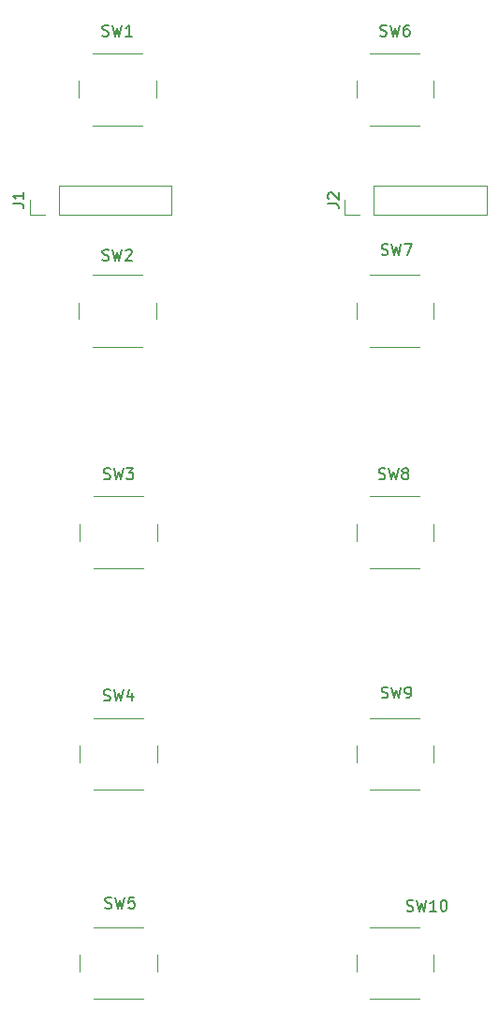
<source format=gbr>
%TF.GenerationSoftware,KiCad,Pcbnew,8.0.2*%
%TF.CreationDate,2024-08-19T17:56:02+02:00*%
%TF.ProjectId,Deck-Btns,4465636b-2d42-4746-9e73-2e6b69636164,rev?*%
%TF.SameCoordinates,Original*%
%TF.FileFunction,Legend,Top*%
%TF.FilePolarity,Positive*%
%FSLAX46Y46*%
G04 Gerber Fmt 4.6, Leading zero omitted, Abs format (unit mm)*
G04 Created by KiCad (PCBNEW 8.0.2) date 2024-08-19 17:56:02*
%MOMM*%
%LPD*%
G01*
G04 APERTURE LIST*
%ADD10C,0.150000*%
%ADD11C,0.120000*%
G04 APERTURE END LIST*
D10*
X108690476Y-119157200D02*
X108833333Y-119204819D01*
X108833333Y-119204819D02*
X109071428Y-119204819D01*
X109071428Y-119204819D02*
X109166666Y-119157200D01*
X109166666Y-119157200D02*
X109214285Y-119109580D01*
X109214285Y-119109580D02*
X109261904Y-119014342D01*
X109261904Y-119014342D02*
X109261904Y-118919104D01*
X109261904Y-118919104D02*
X109214285Y-118823866D01*
X109214285Y-118823866D02*
X109166666Y-118776247D01*
X109166666Y-118776247D02*
X109071428Y-118728628D01*
X109071428Y-118728628D02*
X108880952Y-118681009D01*
X108880952Y-118681009D02*
X108785714Y-118633390D01*
X108785714Y-118633390D02*
X108738095Y-118585771D01*
X108738095Y-118585771D02*
X108690476Y-118490533D01*
X108690476Y-118490533D02*
X108690476Y-118395295D01*
X108690476Y-118395295D02*
X108738095Y-118300057D01*
X108738095Y-118300057D02*
X108785714Y-118252438D01*
X108785714Y-118252438D02*
X108880952Y-118204819D01*
X108880952Y-118204819D02*
X109119047Y-118204819D01*
X109119047Y-118204819D02*
X109261904Y-118252438D01*
X109595238Y-118204819D02*
X109833333Y-119204819D01*
X109833333Y-119204819D02*
X110023809Y-118490533D01*
X110023809Y-118490533D02*
X110214285Y-119204819D01*
X110214285Y-119204819D02*
X110452381Y-118204819D01*
X111357142Y-119204819D02*
X110785714Y-119204819D01*
X111071428Y-119204819D02*
X111071428Y-118204819D01*
X111071428Y-118204819D02*
X110976190Y-118347676D01*
X110976190Y-118347676D02*
X110880952Y-118442914D01*
X110880952Y-118442914D02*
X110785714Y-118490533D01*
X111976190Y-118204819D02*
X112071428Y-118204819D01*
X112071428Y-118204819D02*
X112166666Y-118252438D01*
X112166666Y-118252438D02*
X112214285Y-118300057D01*
X112214285Y-118300057D02*
X112261904Y-118395295D01*
X112261904Y-118395295D02*
X112309523Y-118585771D01*
X112309523Y-118585771D02*
X112309523Y-118823866D01*
X112309523Y-118823866D02*
X112261904Y-119014342D01*
X112261904Y-119014342D02*
X112214285Y-119109580D01*
X112214285Y-119109580D02*
X112166666Y-119157200D01*
X112166666Y-119157200D02*
X112071428Y-119204819D01*
X112071428Y-119204819D02*
X111976190Y-119204819D01*
X111976190Y-119204819D02*
X111880952Y-119157200D01*
X111880952Y-119157200D02*
X111833333Y-119109580D01*
X111833333Y-119109580D02*
X111785714Y-119014342D01*
X111785714Y-119014342D02*
X111738095Y-118823866D01*
X111738095Y-118823866D02*
X111738095Y-118585771D01*
X111738095Y-118585771D02*
X111785714Y-118395295D01*
X111785714Y-118395295D02*
X111833333Y-118300057D01*
X111833333Y-118300057D02*
X111880952Y-118252438D01*
X111880952Y-118252438D02*
X111976190Y-118204819D01*
X106416667Y-99907200D02*
X106559524Y-99954819D01*
X106559524Y-99954819D02*
X106797619Y-99954819D01*
X106797619Y-99954819D02*
X106892857Y-99907200D01*
X106892857Y-99907200D02*
X106940476Y-99859580D01*
X106940476Y-99859580D02*
X106988095Y-99764342D01*
X106988095Y-99764342D02*
X106988095Y-99669104D01*
X106988095Y-99669104D02*
X106940476Y-99573866D01*
X106940476Y-99573866D02*
X106892857Y-99526247D01*
X106892857Y-99526247D02*
X106797619Y-99478628D01*
X106797619Y-99478628D02*
X106607143Y-99431009D01*
X106607143Y-99431009D02*
X106511905Y-99383390D01*
X106511905Y-99383390D02*
X106464286Y-99335771D01*
X106464286Y-99335771D02*
X106416667Y-99240533D01*
X106416667Y-99240533D02*
X106416667Y-99145295D01*
X106416667Y-99145295D02*
X106464286Y-99050057D01*
X106464286Y-99050057D02*
X106511905Y-99002438D01*
X106511905Y-99002438D02*
X106607143Y-98954819D01*
X106607143Y-98954819D02*
X106845238Y-98954819D01*
X106845238Y-98954819D02*
X106988095Y-99002438D01*
X107321429Y-98954819D02*
X107559524Y-99954819D01*
X107559524Y-99954819D02*
X107750000Y-99240533D01*
X107750000Y-99240533D02*
X107940476Y-99954819D01*
X107940476Y-99954819D02*
X108178572Y-98954819D01*
X108607143Y-99954819D02*
X108797619Y-99954819D01*
X108797619Y-99954819D02*
X108892857Y-99907200D01*
X108892857Y-99907200D02*
X108940476Y-99859580D01*
X108940476Y-99859580D02*
X109035714Y-99716723D01*
X109035714Y-99716723D02*
X109083333Y-99526247D01*
X109083333Y-99526247D02*
X109083333Y-99145295D01*
X109083333Y-99145295D02*
X109035714Y-99050057D01*
X109035714Y-99050057D02*
X108988095Y-99002438D01*
X108988095Y-99002438D02*
X108892857Y-98954819D01*
X108892857Y-98954819D02*
X108702381Y-98954819D01*
X108702381Y-98954819D02*
X108607143Y-99002438D01*
X108607143Y-99002438D02*
X108559524Y-99050057D01*
X108559524Y-99050057D02*
X108511905Y-99145295D01*
X108511905Y-99145295D02*
X108511905Y-99383390D01*
X108511905Y-99383390D02*
X108559524Y-99478628D01*
X108559524Y-99478628D02*
X108607143Y-99526247D01*
X108607143Y-99526247D02*
X108702381Y-99573866D01*
X108702381Y-99573866D02*
X108892857Y-99573866D01*
X108892857Y-99573866D02*
X108988095Y-99526247D01*
X108988095Y-99526247D02*
X109035714Y-99478628D01*
X109035714Y-99478628D02*
X109083333Y-99383390D01*
X106166667Y-80157200D02*
X106309524Y-80204819D01*
X106309524Y-80204819D02*
X106547619Y-80204819D01*
X106547619Y-80204819D02*
X106642857Y-80157200D01*
X106642857Y-80157200D02*
X106690476Y-80109580D01*
X106690476Y-80109580D02*
X106738095Y-80014342D01*
X106738095Y-80014342D02*
X106738095Y-79919104D01*
X106738095Y-79919104D02*
X106690476Y-79823866D01*
X106690476Y-79823866D02*
X106642857Y-79776247D01*
X106642857Y-79776247D02*
X106547619Y-79728628D01*
X106547619Y-79728628D02*
X106357143Y-79681009D01*
X106357143Y-79681009D02*
X106261905Y-79633390D01*
X106261905Y-79633390D02*
X106214286Y-79585771D01*
X106214286Y-79585771D02*
X106166667Y-79490533D01*
X106166667Y-79490533D02*
X106166667Y-79395295D01*
X106166667Y-79395295D02*
X106214286Y-79300057D01*
X106214286Y-79300057D02*
X106261905Y-79252438D01*
X106261905Y-79252438D02*
X106357143Y-79204819D01*
X106357143Y-79204819D02*
X106595238Y-79204819D01*
X106595238Y-79204819D02*
X106738095Y-79252438D01*
X107071429Y-79204819D02*
X107309524Y-80204819D01*
X107309524Y-80204819D02*
X107500000Y-79490533D01*
X107500000Y-79490533D02*
X107690476Y-80204819D01*
X107690476Y-80204819D02*
X107928572Y-79204819D01*
X108452381Y-79633390D02*
X108357143Y-79585771D01*
X108357143Y-79585771D02*
X108309524Y-79538152D01*
X108309524Y-79538152D02*
X108261905Y-79442914D01*
X108261905Y-79442914D02*
X108261905Y-79395295D01*
X108261905Y-79395295D02*
X108309524Y-79300057D01*
X108309524Y-79300057D02*
X108357143Y-79252438D01*
X108357143Y-79252438D02*
X108452381Y-79204819D01*
X108452381Y-79204819D02*
X108642857Y-79204819D01*
X108642857Y-79204819D02*
X108738095Y-79252438D01*
X108738095Y-79252438D02*
X108785714Y-79300057D01*
X108785714Y-79300057D02*
X108833333Y-79395295D01*
X108833333Y-79395295D02*
X108833333Y-79442914D01*
X108833333Y-79442914D02*
X108785714Y-79538152D01*
X108785714Y-79538152D02*
X108738095Y-79585771D01*
X108738095Y-79585771D02*
X108642857Y-79633390D01*
X108642857Y-79633390D02*
X108452381Y-79633390D01*
X108452381Y-79633390D02*
X108357143Y-79681009D01*
X108357143Y-79681009D02*
X108309524Y-79728628D01*
X108309524Y-79728628D02*
X108261905Y-79823866D01*
X108261905Y-79823866D02*
X108261905Y-80014342D01*
X108261905Y-80014342D02*
X108309524Y-80109580D01*
X108309524Y-80109580D02*
X108357143Y-80157200D01*
X108357143Y-80157200D02*
X108452381Y-80204819D01*
X108452381Y-80204819D02*
X108642857Y-80204819D01*
X108642857Y-80204819D02*
X108738095Y-80157200D01*
X108738095Y-80157200D02*
X108785714Y-80109580D01*
X108785714Y-80109580D02*
X108833333Y-80014342D01*
X108833333Y-80014342D02*
X108833333Y-79823866D01*
X108833333Y-79823866D02*
X108785714Y-79728628D01*
X108785714Y-79728628D02*
X108738095Y-79681009D01*
X108738095Y-79681009D02*
X108642857Y-79633390D01*
X106416667Y-59907200D02*
X106559524Y-59954819D01*
X106559524Y-59954819D02*
X106797619Y-59954819D01*
X106797619Y-59954819D02*
X106892857Y-59907200D01*
X106892857Y-59907200D02*
X106940476Y-59859580D01*
X106940476Y-59859580D02*
X106988095Y-59764342D01*
X106988095Y-59764342D02*
X106988095Y-59669104D01*
X106988095Y-59669104D02*
X106940476Y-59573866D01*
X106940476Y-59573866D02*
X106892857Y-59526247D01*
X106892857Y-59526247D02*
X106797619Y-59478628D01*
X106797619Y-59478628D02*
X106607143Y-59431009D01*
X106607143Y-59431009D02*
X106511905Y-59383390D01*
X106511905Y-59383390D02*
X106464286Y-59335771D01*
X106464286Y-59335771D02*
X106416667Y-59240533D01*
X106416667Y-59240533D02*
X106416667Y-59145295D01*
X106416667Y-59145295D02*
X106464286Y-59050057D01*
X106464286Y-59050057D02*
X106511905Y-59002438D01*
X106511905Y-59002438D02*
X106607143Y-58954819D01*
X106607143Y-58954819D02*
X106845238Y-58954819D01*
X106845238Y-58954819D02*
X106988095Y-59002438D01*
X107321429Y-58954819D02*
X107559524Y-59954819D01*
X107559524Y-59954819D02*
X107750000Y-59240533D01*
X107750000Y-59240533D02*
X107940476Y-59954819D01*
X107940476Y-59954819D02*
X108178572Y-58954819D01*
X108464286Y-58954819D02*
X109130952Y-58954819D01*
X109130952Y-58954819D02*
X108702381Y-59954819D01*
X106287987Y-40157200D02*
X106430844Y-40204819D01*
X106430844Y-40204819D02*
X106668939Y-40204819D01*
X106668939Y-40204819D02*
X106764177Y-40157200D01*
X106764177Y-40157200D02*
X106811796Y-40109580D01*
X106811796Y-40109580D02*
X106859415Y-40014342D01*
X106859415Y-40014342D02*
X106859415Y-39919104D01*
X106859415Y-39919104D02*
X106811796Y-39823866D01*
X106811796Y-39823866D02*
X106764177Y-39776247D01*
X106764177Y-39776247D02*
X106668939Y-39728628D01*
X106668939Y-39728628D02*
X106478463Y-39681009D01*
X106478463Y-39681009D02*
X106383225Y-39633390D01*
X106383225Y-39633390D02*
X106335606Y-39585771D01*
X106335606Y-39585771D02*
X106287987Y-39490533D01*
X106287987Y-39490533D02*
X106287987Y-39395295D01*
X106287987Y-39395295D02*
X106335606Y-39300057D01*
X106335606Y-39300057D02*
X106383225Y-39252438D01*
X106383225Y-39252438D02*
X106478463Y-39204819D01*
X106478463Y-39204819D02*
X106716558Y-39204819D01*
X106716558Y-39204819D02*
X106859415Y-39252438D01*
X107192749Y-39204819D02*
X107430844Y-40204819D01*
X107430844Y-40204819D02*
X107621320Y-39490533D01*
X107621320Y-39490533D02*
X107811796Y-40204819D01*
X107811796Y-40204819D02*
X108049892Y-39204819D01*
X108859415Y-39204819D02*
X108668939Y-39204819D01*
X108668939Y-39204819D02*
X108573701Y-39252438D01*
X108573701Y-39252438D02*
X108526082Y-39300057D01*
X108526082Y-39300057D02*
X108430844Y-39442914D01*
X108430844Y-39442914D02*
X108383225Y-39633390D01*
X108383225Y-39633390D02*
X108383225Y-40014342D01*
X108383225Y-40014342D02*
X108430844Y-40109580D01*
X108430844Y-40109580D02*
X108478463Y-40157200D01*
X108478463Y-40157200D02*
X108573701Y-40204819D01*
X108573701Y-40204819D02*
X108764177Y-40204819D01*
X108764177Y-40204819D02*
X108859415Y-40157200D01*
X108859415Y-40157200D02*
X108907034Y-40109580D01*
X108907034Y-40109580D02*
X108954653Y-40014342D01*
X108954653Y-40014342D02*
X108954653Y-39776247D01*
X108954653Y-39776247D02*
X108907034Y-39681009D01*
X108907034Y-39681009D02*
X108859415Y-39633390D01*
X108859415Y-39633390D02*
X108764177Y-39585771D01*
X108764177Y-39585771D02*
X108573701Y-39585771D01*
X108573701Y-39585771D02*
X108478463Y-39633390D01*
X108478463Y-39633390D02*
X108430844Y-39681009D01*
X108430844Y-39681009D02*
X108383225Y-39776247D01*
X81416667Y-118907200D02*
X81559524Y-118954819D01*
X81559524Y-118954819D02*
X81797619Y-118954819D01*
X81797619Y-118954819D02*
X81892857Y-118907200D01*
X81892857Y-118907200D02*
X81940476Y-118859580D01*
X81940476Y-118859580D02*
X81988095Y-118764342D01*
X81988095Y-118764342D02*
X81988095Y-118669104D01*
X81988095Y-118669104D02*
X81940476Y-118573866D01*
X81940476Y-118573866D02*
X81892857Y-118526247D01*
X81892857Y-118526247D02*
X81797619Y-118478628D01*
X81797619Y-118478628D02*
X81607143Y-118431009D01*
X81607143Y-118431009D02*
X81511905Y-118383390D01*
X81511905Y-118383390D02*
X81464286Y-118335771D01*
X81464286Y-118335771D02*
X81416667Y-118240533D01*
X81416667Y-118240533D02*
X81416667Y-118145295D01*
X81416667Y-118145295D02*
X81464286Y-118050057D01*
X81464286Y-118050057D02*
X81511905Y-118002438D01*
X81511905Y-118002438D02*
X81607143Y-117954819D01*
X81607143Y-117954819D02*
X81845238Y-117954819D01*
X81845238Y-117954819D02*
X81988095Y-118002438D01*
X82321429Y-117954819D02*
X82559524Y-118954819D01*
X82559524Y-118954819D02*
X82750000Y-118240533D01*
X82750000Y-118240533D02*
X82940476Y-118954819D01*
X82940476Y-118954819D02*
X83178572Y-117954819D01*
X84035714Y-117954819D02*
X83559524Y-117954819D01*
X83559524Y-117954819D02*
X83511905Y-118431009D01*
X83511905Y-118431009D02*
X83559524Y-118383390D01*
X83559524Y-118383390D02*
X83654762Y-118335771D01*
X83654762Y-118335771D02*
X83892857Y-118335771D01*
X83892857Y-118335771D02*
X83988095Y-118383390D01*
X83988095Y-118383390D02*
X84035714Y-118431009D01*
X84035714Y-118431009D02*
X84083333Y-118526247D01*
X84083333Y-118526247D02*
X84083333Y-118764342D01*
X84083333Y-118764342D02*
X84035714Y-118859580D01*
X84035714Y-118859580D02*
X83988095Y-118907200D01*
X83988095Y-118907200D02*
X83892857Y-118954819D01*
X83892857Y-118954819D02*
X83654762Y-118954819D01*
X83654762Y-118954819D02*
X83559524Y-118907200D01*
X83559524Y-118907200D02*
X83511905Y-118859580D01*
X81287987Y-100157200D02*
X81430844Y-100204819D01*
X81430844Y-100204819D02*
X81668939Y-100204819D01*
X81668939Y-100204819D02*
X81764177Y-100157200D01*
X81764177Y-100157200D02*
X81811796Y-100109580D01*
X81811796Y-100109580D02*
X81859415Y-100014342D01*
X81859415Y-100014342D02*
X81859415Y-99919104D01*
X81859415Y-99919104D02*
X81811796Y-99823866D01*
X81811796Y-99823866D02*
X81764177Y-99776247D01*
X81764177Y-99776247D02*
X81668939Y-99728628D01*
X81668939Y-99728628D02*
X81478463Y-99681009D01*
X81478463Y-99681009D02*
X81383225Y-99633390D01*
X81383225Y-99633390D02*
X81335606Y-99585771D01*
X81335606Y-99585771D02*
X81287987Y-99490533D01*
X81287987Y-99490533D02*
X81287987Y-99395295D01*
X81287987Y-99395295D02*
X81335606Y-99300057D01*
X81335606Y-99300057D02*
X81383225Y-99252438D01*
X81383225Y-99252438D02*
X81478463Y-99204819D01*
X81478463Y-99204819D02*
X81716558Y-99204819D01*
X81716558Y-99204819D02*
X81859415Y-99252438D01*
X82192749Y-99204819D02*
X82430844Y-100204819D01*
X82430844Y-100204819D02*
X82621320Y-99490533D01*
X82621320Y-99490533D02*
X82811796Y-100204819D01*
X82811796Y-100204819D02*
X83049892Y-99204819D01*
X83859415Y-99538152D02*
X83859415Y-100204819D01*
X83621320Y-99157200D02*
X83383225Y-99871485D01*
X83383225Y-99871485D02*
X84002272Y-99871485D01*
X81287987Y-80157200D02*
X81430844Y-80204819D01*
X81430844Y-80204819D02*
X81668939Y-80204819D01*
X81668939Y-80204819D02*
X81764177Y-80157200D01*
X81764177Y-80157200D02*
X81811796Y-80109580D01*
X81811796Y-80109580D02*
X81859415Y-80014342D01*
X81859415Y-80014342D02*
X81859415Y-79919104D01*
X81859415Y-79919104D02*
X81811796Y-79823866D01*
X81811796Y-79823866D02*
X81764177Y-79776247D01*
X81764177Y-79776247D02*
X81668939Y-79728628D01*
X81668939Y-79728628D02*
X81478463Y-79681009D01*
X81478463Y-79681009D02*
X81383225Y-79633390D01*
X81383225Y-79633390D02*
X81335606Y-79585771D01*
X81335606Y-79585771D02*
X81287987Y-79490533D01*
X81287987Y-79490533D02*
X81287987Y-79395295D01*
X81287987Y-79395295D02*
X81335606Y-79300057D01*
X81335606Y-79300057D02*
X81383225Y-79252438D01*
X81383225Y-79252438D02*
X81478463Y-79204819D01*
X81478463Y-79204819D02*
X81716558Y-79204819D01*
X81716558Y-79204819D02*
X81859415Y-79252438D01*
X82192749Y-79204819D02*
X82430844Y-80204819D01*
X82430844Y-80204819D02*
X82621320Y-79490533D01*
X82621320Y-79490533D02*
X82811796Y-80204819D01*
X82811796Y-80204819D02*
X83049892Y-79204819D01*
X83335606Y-79204819D02*
X83954653Y-79204819D01*
X83954653Y-79204819D02*
X83621320Y-79585771D01*
X83621320Y-79585771D02*
X83764177Y-79585771D01*
X83764177Y-79585771D02*
X83859415Y-79633390D01*
X83859415Y-79633390D02*
X83907034Y-79681009D01*
X83907034Y-79681009D02*
X83954653Y-79776247D01*
X83954653Y-79776247D02*
X83954653Y-80014342D01*
X83954653Y-80014342D02*
X83907034Y-80109580D01*
X83907034Y-80109580D02*
X83859415Y-80157200D01*
X83859415Y-80157200D02*
X83764177Y-80204819D01*
X83764177Y-80204819D02*
X83478463Y-80204819D01*
X83478463Y-80204819D02*
X83383225Y-80157200D01*
X83383225Y-80157200D02*
X83335606Y-80109580D01*
X81166667Y-60407200D02*
X81309524Y-60454819D01*
X81309524Y-60454819D02*
X81547619Y-60454819D01*
X81547619Y-60454819D02*
X81642857Y-60407200D01*
X81642857Y-60407200D02*
X81690476Y-60359580D01*
X81690476Y-60359580D02*
X81738095Y-60264342D01*
X81738095Y-60264342D02*
X81738095Y-60169104D01*
X81738095Y-60169104D02*
X81690476Y-60073866D01*
X81690476Y-60073866D02*
X81642857Y-60026247D01*
X81642857Y-60026247D02*
X81547619Y-59978628D01*
X81547619Y-59978628D02*
X81357143Y-59931009D01*
X81357143Y-59931009D02*
X81261905Y-59883390D01*
X81261905Y-59883390D02*
X81214286Y-59835771D01*
X81214286Y-59835771D02*
X81166667Y-59740533D01*
X81166667Y-59740533D02*
X81166667Y-59645295D01*
X81166667Y-59645295D02*
X81214286Y-59550057D01*
X81214286Y-59550057D02*
X81261905Y-59502438D01*
X81261905Y-59502438D02*
X81357143Y-59454819D01*
X81357143Y-59454819D02*
X81595238Y-59454819D01*
X81595238Y-59454819D02*
X81738095Y-59502438D01*
X82071429Y-59454819D02*
X82309524Y-60454819D01*
X82309524Y-60454819D02*
X82500000Y-59740533D01*
X82500000Y-59740533D02*
X82690476Y-60454819D01*
X82690476Y-60454819D02*
X82928572Y-59454819D01*
X83261905Y-59550057D02*
X83309524Y-59502438D01*
X83309524Y-59502438D02*
X83404762Y-59454819D01*
X83404762Y-59454819D02*
X83642857Y-59454819D01*
X83642857Y-59454819D02*
X83738095Y-59502438D01*
X83738095Y-59502438D02*
X83785714Y-59550057D01*
X83785714Y-59550057D02*
X83833333Y-59645295D01*
X83833333Y-59645295D02*
X83833333Y-59740533D01*
X83833333Y-59740533D02*
X83785714Y-59883390D01*
X83785714Y-59883390D02*
X83214286Y-60454819D01*
X83214286Y-60454819D02*
X83833333Y-60454819D01*
X81166667Y-40157200D02*
X81309524Y-40204819D01*
X81309524Y-40204819D02*
X81547619Y-40204819D01*
X81547619Y-40204819D02*
X81642857Y-40157200D01*
X81642857Y-40157200D02*
X81690476Y-40109580D01*
X81690476Y-40109580D02*
X81738095Y-40014342D01*
X81738095Y-40014342D02*
X81738095Y-39919104D01*
X81738095Y-39919104D02*
X81690476Y-39823866D01*
X81690476Y-39823866D02*
X81642857Y-39776247D01*
X81642857Y-39776247D02*
X81547619Y-39728628D01*
X81547619Y-39728628D02*
X81357143Y-39681009D01*
X81357143Y-39681009D02*
X81261905Y-39633390D01*
X81261905Y-39633390D02*
X81214286Y-39585771D01*
X81214286Y-39585771D02*
X81166667Y-39490533D01*
X81166667Y-39490533D02*
X81166667Y-39395295D01*
X81166667Y-39395295D02*
X81214286Y-39300057D01*
X81214286Y-39300057D02*
X81261905Y-39252438D01*
X81261905Y-39252438D02*
X81357143Y-39204819D01*
X81357143Y-39204819D02*
X81595238Y-39204819D01*
X81595238Y-39204819D02*
X81738095Y-39252438D01*
X82071429Y-39204819D02*
X82309524Y-40204819D01*
X82309524Y-40204819D02*
X82500000Y-39490533D01*
X82500000Y-39490533D02*
X82690476Y-40204819D01*
X82690476Y-40204819D02*
X82928572Y-39204819D01*
X83833333Y-40204819D02*
X83261905Y-40204819D01*
X83547619Y-40204819D02*
X83547619Y-39204819D01*
X83547619Y-39204819D02*
X83452381Y-39347676D01*
X83452381Y-39347676D02*
X83357143Y-39442914D01*
X83357143Y-39442914D02*
X83261905Y-39490533D01*
X101549819Y-55333333D02*
X102264104Y-55333333D01*
X102264104Y-55333333D02*
X102406961Y-55380952D01*
X102406961Y-55380952D02*
X102502200Y-55476190D01*
X102502200Y-55476190D02*
X102549819Y-55619047D01*
X102549819Y-55619047D02*
X102549819Y-55714285D01*
X101645057Y-54904761D02*
X101597438Y-54857142D01*
X101597438Y-54857142D02*
X101549819Y-54761904D01*
X101549819Y-54761904D02*
X101549819Y-54523809D01*
X101549819Y-54523809D02*
X101597438Y-54428571D01*
X101597438Y-54428571D02*
X101645057Y-54380952D01*
X101645057Y-54380952D02*
X101740295Y-54333333D01*
X101740295Y-54333333D02*
X101835533Y-54333333D01*
X101835533Y-54333333D02*
X101978390Y-54380952D01*
X101978390Y-54380952D02*
X102549819Y-54952380D01*
X102549819Y-54952380D02*
X102549819Y-54333333D01*
X73049819Y-55333333D02*
X73764104Y-55333333D01*
X73764104Y-55333333D02*
X73906961Y-55380952D01*
X73906961Y-55380952D02*
X74002200Y-55476190D01*
X74002200Y-55476190D02*
X74049819Y-55619047D01*
X74049819Y-55619047D02*
X74049819Y-55714285D01*
X74049819Y-54333333D02*
X74049819Y-54904761D01*
X74049819Y-54619047D02*
X73049819Y-54619047D01*
X73049819Y-54619047D02*
X73192676Y-54714285D01*
X73192676Y-54714285D02*
X73287914Y-54809523D01*
X73287914Y-54809523D02*
X73335533Y-54904761D01*
D11*
%TO.C,SW10*%
X104121320Y-123128680D02*
X104121320Y-124628680D01*
X105371320Y-127128680D02*
X109871320Y-127128680D01*
X109871320Y-120628680D02*
X105371320Y-120628680D01*
X111121320Y-124628680D02*
X111121320Y-123128680D01*
%TO.C,SW9*%
X104121320Y-104250000D02*
X104121320Y-105750000D01*
X105371320Y-108250000D02*
X109871320Y-108250000D01*
X109871320Y-101750000D02*
X105371320Y-101750000D01*
X111121320Y-105750000D02*
X111121320Y-104250000D01*
%TO.C,SW8*%
X104121320Y-84250000D02*
X104121320Y-85750000D01*
X105371320Y-88250000D02*
X109871320Y-88250000D01*
X109871320Y-81750000D02*
X105371320Y-81750000D01*
X111121320Y-85750000D02*
X111121320Y-84250000D01*
%TO.C,SW7*%
X104121320Y-64250000D02*
X104121320Y-65750000D01*
X105371320Y-68250000D02*
X109871320Y-68250000D01*
X109871320Y-61750000D02*
X105371320Y-61750000D01*
X111121320Y-65750000D02*
X111121320Y-64250000D01*
%TO.C,SW6*%
X104121320Y-44250000D02*
X104121320Y-45750000D01*
X105371320Y-48250000D02*
X109871320Y-48250000D01*
X109871320Y-41750000D02*
X105371320Y-41750000D01*
X111121320Y-45750000D02*
X111121320Y-44250000D01*
%TO.C,SW5*%
X79121320Y-123128680D02*
X79121320Y-124628680D01*
X80371320Y-127128680D02*
X84871320Y-127128680D01*
X84871320Y-120628680D02*
X80371320Y-120628680D01*
X86121320Y-124628680D02*
X86121320Y-123128680D01*
%TO.C,SW4*%
X79121320Y-104250000D02*
X79121320Y-105750000D01*
X80371320Y-108250000D02*
X84871320Y-108250000D01*
X84871320Y-101750000D02*
X80371320Y-101750000D01*
X86121320Y-105750000D02*
X86121320Y-104250000D01*
%TO.C,SW3*%
X79121320Y-84250000D02*
X79121320Y-85750000D01*
X80371320Y-88250000D02*
X84871320Y-88250000D01*
X84871320Y-81750000D02*
X80371320Y-81750000D01*
X86121320Y-85750000D02*
X86121320Y-84250000D01*
%TO.C,SW2*%
X79000000Y-64250000D02*
X79000000Y-65750000D01*
X80250000Y-68250000D02*
X84750000Y-68250000D01*
X84750000Y-61750000D02*
X80250000Y-61750000D01*
X86000000Y-65750000D02*
X86000000Y-64250000D01*
%TO.C,SW1*%
X79000000Y-44250000D02*
X79000000Y-45750000D01*
X80250000Y-48250000D02*
X84750000Y-48250000D01*
X84750000Y-41750000D02*
X80250000Y-41750000D01*
X86000000Y-45750000D02*
X86000000Y-44250000D01*
%TO.C,J2*%
X103095000Y-56330000D02*
X103095000Y-55000000D01*
X104425000Y-56330000D02*
X103095000Y-56330000D01*
X105695000Y-56330000D02*
X115915000Y-56330000D01*
X105695000Y-56330000D02*
X105695000Y-53670000D01*
X115915000Y-56330000D02*
X115915000Y-53670000D01*
X105695000Y-53670000D02*
X115915000Y-53670000D01*
%TO.C,J1*%
X74595000Y-56330000D02*
X74595000Y-55000000D01*
X75925000Y-56330000D02*
X74595000Y-56330000D01*
X77195000Y-56330000D02*
X87415000Y-56330000D01*
X77195000Y-56330000D02*
X77195000Y-53670000D01*
X87415000Y-56330000D02*
X87415000Y-53670000D01*
X77195000Y-53670000D02*
X87415000Y-53670000D01*
%TD*%
M02*

</source>
